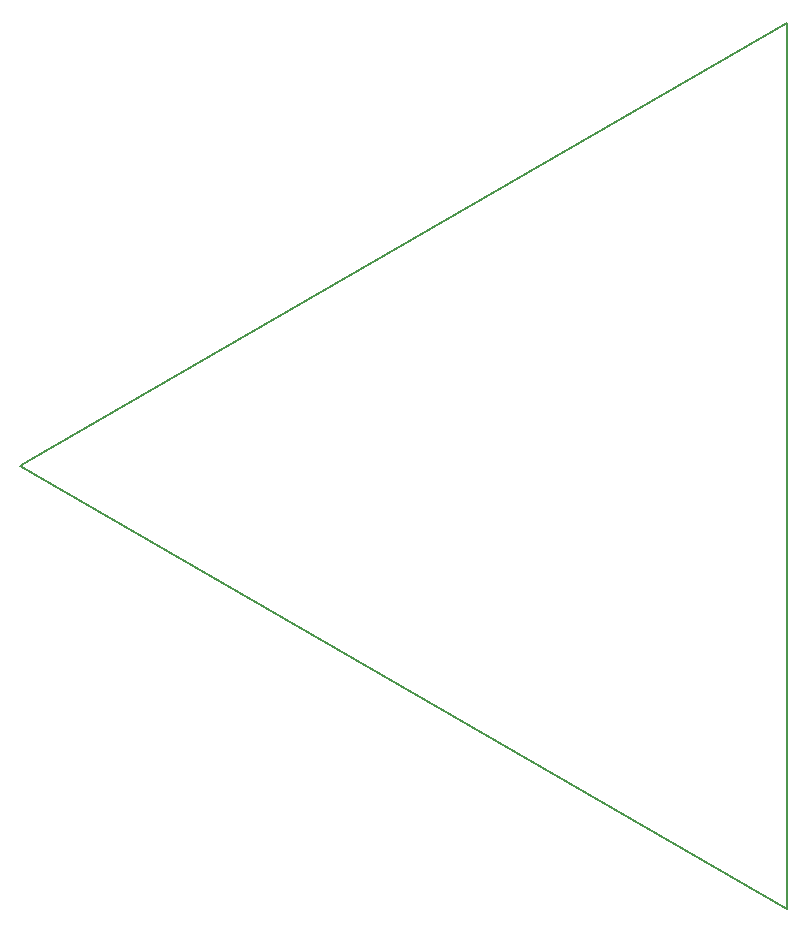
<source format=gbr>
G04 #@! TF.FileFunction,Profile,NP*
%FSLAX46Y46*%
G04 Gerber Fmt 4.6, Leading zero omitted, Abs format (unit mm)*
G04 Created by KiCad (PCBNEW 4.0.7-e2-6376~58~ubuntu14.04.1) date Fri Feb 16 13:10:18 2018*
%MOMM*%
%LPD*%
G01*
G04 APERTURE LIST*
%ADD10C,0.100000*%
%ADD11C,0.150000*%
G04 APERTURE END LIST*
D10*
D11*
X45909369Y-102002743D02*
X45048094Y-102500000D01*
X110000000Y-65000000D02*
X45909369Y-102002743D01*
X110000000Y-140000000D02*
X45048094Y-102500000D01*
X110000000Y-65000000D02*
X110000000Y-140000000D01*
M02*

</source>
